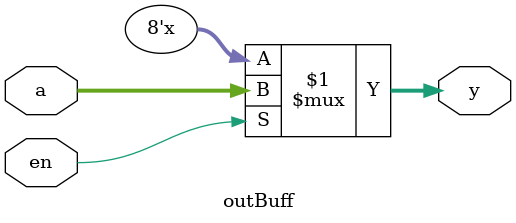
<source format=v>
`timescale 1ns / 1ps

module dataPath (
    input clk,
    input reset,
    input ASrcMuxSel,
    input ALoad,
	input iSrcMuxSel,
	input iLoad,
    input outBufSel,
    output iLt10,
    output [7:0] out
);
    wire [7:0] w_A_adderResult, w_i_adderResult, w_A_muxOut, w_i_muxOut, w_AregOut, w_iregOut, w_out;
    mux_2x1 U_A_mux2x1 (
        .sel(ASrcMuxSel),
        .a  (8'd0),
        .b  (w_A_adderResult),
        .y  (w_A_muxOut)
    );

    mux_2x1 U_i_mux2x1 (
        .sel(iSrcMuxSel),
        .a  (8'd0),
        .b  (w_i_adderResult),
        .y  (w_i_muxOut)
    );
    register U_A_reg (
        .clk(clk),
        .reset(reset),
        .load(ALoad),
        .d(w_A_muxOut),
        .q(w_AregOut)
    );

    register U_i_reg (
        .clk(clk),
        .reset(reset),
        .load(iLoad),
        .d(w_i_muxOut),
        .q(w_iregOut)
    );
    comparator U_Comp (
        .a (w_iregOut),
        .b (8'd11),
        .lt(iLt10)
    );

    adder U_i_Adder (
        .a(w_iregOut),
        .b(8'd1),
        .y(w_i_adderResult)
    );

    adder U_A_Adder (
        .a(w_AregOut),
        .b(w_iregOut),
        .y(w_A_adderResult)
    );
    // outBuff U_outBuff (
    //     .en(outBufSel),
    //     .a (w_AregOut),
    //     .y (w_out)
    // );
register U_outRegister(
    .clk(clk),
    .reset(reset),
    .load(outBufSel),
    .d(w_AregOut),
    .q(out)
);


endmodule

module mux_2x1 (
    input            sel,
    input      [7:0] a,
    input      [7:0] b,
    output reg [7:0] y
);
    always @(*) begin
        case (sel)
            1'b0: y = a;
            1'b1: y = b;
        endcase
    end
endmodule

module register (
    input        clk,
    input        reset,
    input        load,
    input  [7:0] d,
    output [7:0] q
);
    reg [7:0] d_reg, d_next;
    assign q = d_reg;

    always @(posedge clk, posedge reset) begin
        if (reset) d_reg <= 0;
        else d_reg <= d_next;
    end
    always @(*) begin
        if (load) d_next = d;
        else d_next = d_reg;
    end

endmodule

module comparator (
    input [7:0] a,
    input [7:0] b,
    output lt
);

    assign lt = a < b;  // a가 b보다 작으면 1 아니면 0

endmodule

module adder (
    input  [7:0] a,
    input  [7:0] b,
    output [7:0] y
);
    assign y = a + b;
endmodule

module outBuff (
    input en,
    input [7:0] a,
    output [7:0] y
);

    assign y = en ? a : 8'dz;

endmodule

</source>
